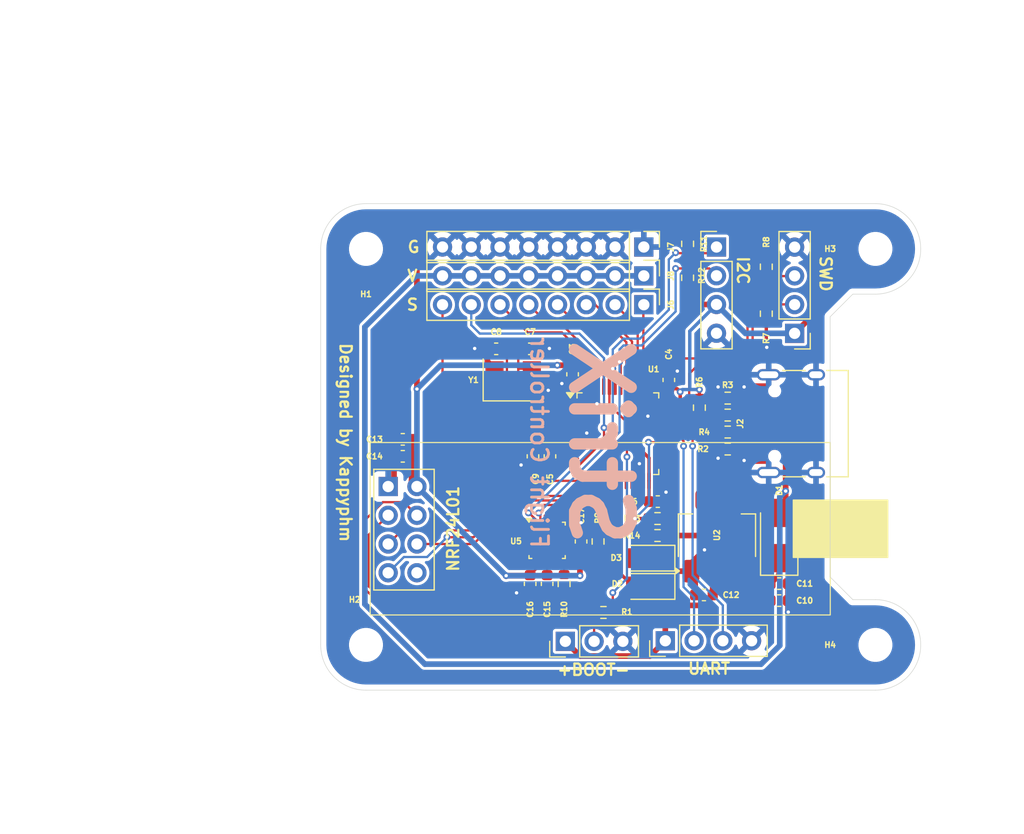
<source format=kicad_pcb>
(kicad_pcb (version 20241229) (generator "pcbnew") (generator_version "9.0")
  (layers (0 "F.Cu" signal) (2 "B.Cu" signal) (13 "F.Paste" user) (15 "B.Paste" user) (5 "F.SilkS" user "F.Silkscreen") (7 "B.SilkS" user "B.Silkscreen") (1 "F.Mask" user) (3 "B.Mask" user) (25 "Edge.Cuts" user))
  (net 0 "")
  (net 1 "GND")
  (net 2 "+3V3")
  (net 3 "/OSC_IN")
  (net 4 "/OSC_OUT")
  (net 5 "/NRST")
  (net 6 "+5V")
  (net 7 "Net-(U5-REGOUT)")
  (net 8 "VBUS")
  (net 9 "/LED")
  (net 10 "Net-(D3-A)")
  (net 11 "Net-(J1-Pin_2)")
  (net 12 "Net-(J2-D+-PadA6)")
  (net 13 "Net-(J2-D--PadA7)")
  (net 14 "Net-(J2-CC2)")
  (net 15 "Net-(J2-CC1)")
  (net 18 "/SWDIO")
  (net 19 "/SWCLK")
  (net 20 "/SDA")
  (net 21 "/SCL")
  (net 22 "/RX")
  (net 23 "/TX")
  (net 24 "/D2")
  (net 25 "/P5")
  (net 26 "/P4")
  (net 27 "/P2")
  (net 28 "/P3")
  (net 29 "/P6")
  (net 30 "/P1")
  (net 31 "/D1")
  (net 32 "/BOOT")
  (net 33 "/USB_D-")
  (net 34 "/USB_D+")
  (net 35 "Net-(U5-~{CS})")
  (net 36 "Net-(U5-INT1)")
  (net 40 "/MISO")
  (net 45 "/SCK")
  (net 50 "/CE")
  (net 51 "/~{CSN}")
  (net 54 "/MOSI")
  (footprint "Capacitor_SMD:C_0603_1608Metric" (layer "F.Cu") (at 149.85 110.583455 180)
    (property "Reference" "C12")
    (property "Value" "10u")
    (property "VALUE" "" (hide yes))
  )
  (footprint "Capacitor_SMD:C_0603_1608Metric" (layer "F.Cu") (at 134.75 98.333455 -90)
    (property "Reference" "C9")
    (property "Value" "100n")
    (property "VALUE" "" (hide yes))
  )
  (footprint "Resistor_SMD:R_0603_1608Metric" (layer "F.Cu") (at 148.41 79.553455 -90)
    (property "Reference" "R11")
    (property "Value" "4k7")
    (property "VALUE" "" (hide yes))
  )
  (footprint "Resistor_SMD:R_0603_1608Metric" (layer "F.Cu") (at 155.36 81.578455 90)
    (property "Reference" "R8")
    (property "Value" "4k7")
    (property "VALUE" "" (hide yes))
  )
  (footprint "Resistor_SMD:R_0603_1608Metric" (layer "F.Cu") (at 148.41 82.553455 90)
    (property "Reference" "R12")
    (property "Value" "4k7")
    (property "VALUE" "" (hide yes))
  )
  (footprint "Capacitor_SMD:C_0603_1608Metric" (layer "F.Cu") (at 134.5 109.608455 -90)
    (property "Reference" "C16")
    (property "Value" "100n")
    (property "VALUE" "" (hide yes))
  )
  (footprint "Resistor_SMD:R_0603_1608Metric" (layer "F.Cu") (at 155.36 85.728455 -90)
    (property "Reference" "R7")
    (property "Value" "4k7")
    (property "VALUE" "" (hide yes))
  )
  (footprint "Connector_PinHeader_2.54mm:PinHeader_1x04_P2.54mm_Vertical" (layer "F.Cu") (at 150.96 79.833455)
    (property "Reference" "J4" (hide yes))
    (property "Value" "I2C" (hide yes))
    (property "VALUE" "" (hide yes))
  )
  (footprint "Package_QFP:LQFP-48_7x7mm_P0.5mm" (layer "F.Cu") (at 142.25 96.333455)
    (property "Reference" "U1")
    (property "Value" "STM32F103C8T6")
    (property "VALUE" "" (hide yes))
  )
  (footprint "Capacitor_SMD:C_0603_1608Metric" (layer "F.Cu") (at 146.75 91.583455 90)
    (property "Reference" "C4")
    (property "Value" "100n")
    (property "VALUE" "" (hide yes))
  )
  (footprint "Capacitor_SMD:C_0603_1608Metric" (layer "F.Cu") (at 156.5 111.083455)
    (property "Reference" "C10")
    (property "Value" "10u")
    (property "VALUE" "" (hide yes))
  )
  (footprint "Diode_SMD:D_SMA" (layer "F.Cu") (at 156.5 105.333455 90)
    (property "Reference" "D1")
    (property "Value" "SS14")
    (property "VALUE" "" (hide yes))
  )
  (footprint "Resistor_SMD:R_0603_1608Metric" (layer "F.Cu") (at 151.95 96.188455 180)
    (property "Reference" "R4")
    (property "Value" "22R")
    (property "VALUE" "" (hide yes))
  )
  (footprint "Sensor_Motion:InvenSense_QFN-24_3x3mm_P0.4mm" (layer "F.Cu") (at 136 105.758455)
    (property "Reference" "U5")
    (property "Value" "ICM-20948")
    (property "VALUE" "" (hide yes))
  )
  (footprint "Connector_PinHeader_2.54mm:PinHeader_1x04_P2.54mm_Vertical" (layer "F.Cu") (at 157.86 87.463455 180)
    (property "Reference" "J3" (hide yes))
    (property "Value" "SWD" (hide yes))
    (property "VALUE" "" (hide yes))
  )
  (footprint "Capacitor_SMD:C_0603_1608Metric" (layer "F.Cu") (at 123.25 98.333455 180)
    (property "Reference" "C14")
    (property "Value" "100n")
    (property "VALUE" "" (hide yes))
  )
  (footprint "Resistor_SMD:R_0603_1608Metric" (layer "F.Cu") (at 145.75 103.833455)
    (property "Reference" "R13")
    (property "Value" "1k5")
    (property "VALUE" "" (hide yes))
  )
  (footprint "Resistor_SMD:R_0603_1608Metric" (layer "F.Cu") (at 140.5 105.858455 -90)
    (property "Reference" "R9")
    (property "Value" "4k7")
    (property "VALUE" "" (hide yes))
  )
  (footprint "KappyPhm Module:NRF24L01_PA_LNA" (layer "F.Cu") (at 140.69 104.733455 -90)
    (property "Reference" "U4" (hide yes))
    (property "Value" "NRF24L01" (hide yes))
    (property "VALUE" "" (hide yes))
  )
  (footprint "Connector_PinHeader_2.54mm:PinHeader_1x03_P2.54mm_Vertical" (layer "F.Cu") (at 137.61 114.683455 90)
    (property "Reference" "J1" (hide yes))
    (property "Value" "BOOT" (hide yes))
    (property "VALUE" "" (hide yes))
  )
  (footprint "Resistor_SMD:R_0603_1608Metric" (layer "F.Cu") (at 151.95 93.188455 180)
    (property "Reference" "R3")
    (property "Value" "5k1")
    (property "VALUE" "" (hide yes))
  )
  (footprint "Resistor_SMD:R_0603_1608Metric" (layer "F.Cu") (at 151.95 97.688455 180)
    (property "Reference" "R2")
    (property "Value" "5k1")
    (property "VALUE" "" (hide yes))
  )
  (footprint "Capacitor_SMD:C_0603_1608Metric" (layer "F.Cu") (at 139 105.858455 90)
    (property "Reference" "C17")
    (property "Value" "100n")
    (property "VALUE" "" (hide yes))
  )
  (footprint "Package_TO_SOT_SMD:SOT-223-3_TabPin2" (layer "F.Cu") (at 151 105.333455 90)
    (property "Reference" "U2")
    (property "Value" "AMS1117-3.3")
    (property "VALUE" "" (hide yes))
  )
  (footprint "Capacitor_SMD:C_0603_1608Metric" (layer "F.Cu") (at 131.5 88.833455)
    (property "Reference" "C8")
    (property "Value" "22p")
    (property "VALUE" "" (hide yes))
  )
  (footprint "Resistor_SMD:R_0603_1608Metric" (layer "F.Cu") (at 145.75 105.333455)
    (property "Reference" "R14")
    (property "Value" "1k5")
    (property "VALUE" "" (hide yes))
  )
  (footprint "Capacitor_SMD:C_0603_1608Metric" (layer "F.Cu") (at 134.5 88.833455 180)
    (property "Reference" "C7")
    (property "Value" "22p")
    (property "VALUE" "" (hide yes))
  )
  (footprint "Connector_PinHeader_2.54mm:PinHeader_1x08_P2.54mm_Vertical" (layer "F.Cu") (at 144.54 79.833455 -90)
    (property "Reference" "J7")
    (property "Value" "GND")
    (property "VALUE" "" (hide yes))
  )
  (footprint "Capacitor_SMD:C_0603_1608Metric" (layer "F.Cu") (at 123.25 96.833455 180)
    (property "Reference" "C13")
    (property "Value" "10u")
    (property "VALUE" "" (hide yes))
  )
  (footprint "Resistor_SMD:R_0603_1608Metric" (layer "F.Cu") (at 151.95 94.688455 180)
    (property "Reference" "R5" (hide yes))
    (property "Value" "22R")
    (property "VALUE" "" (hide yes))
  )
  (footprint "Resistor_SMD:R_0603_1608Metric" (layer "F.Cu") (at 149.45 94.033455 -90)
    (property "Reference" "R6")
    (property "Value" "1k5")
    (property "VALUE" "" (hide yes))
  )
  (footprint "Crystal:Crystal_SMD_5032-4Pin_5.0x3.2mm" (layer "F.Cu") (at 133 91.583455)
    (property "Reference" "Y1")
    (property "Value" "8MHz")
    (property "VALUE" "" (hide yes))
  )
  (footprint "Connector_PinHeader_2.54mm:PinHeader_1x08_P2.54mm_Vertical" (layer "F.Cu") (at 144.54 82.383455 -90)
    (property "Reference" "J8")
    (property "Value" "+5V")
    (property "VALUE" "" (hide yes))
  )
  (footprint "Capacitor_SMD:C_0603_1608Metric" (layer "F.Cu") (at 136.25 98.333455 -90)
    (property "Reference" "C5")
    (property "Value" "100n")
    (property "VALUE" "" (hide yes))
  )
  (footprint "Capacitor_SMD:C_0603_1608Metric" (layer "F.Cu") (at 156.5 109.583455)
    (property "Reference" "C11")
    (property "Value" "100n")
    (property "VALUE" "" (hide yes))
  )
  (footprint "Capacitor_SMD:C_0603_1608Metric" (layer "F.Cu") (at 136 109.608455 -90)
    (property "Reference" "C15")
    (property "Value" "100n")
    (property "VALUE" "" (hide yes))
  )
  (footprint "LED_SMD:LED_1206_3216Metric" (layer "F.Cu") (at 145 109.833455 180)
    (property "Reference" "D2")
    (property "Value" "LED")
    (property "VALUE" "" (hide yes))
  )
  (footprint "Resistor_SMD:R_0603_1608Metric" (layer "F.Cu") (at 140.975 112.133455 180)
    (property "Reference" "R1")
    (property "Value" "4k7")
    (property "VALUE" "" (hide yes))
  )
  (footprint "LED_SMD:LED_1206_3216Metric" (layer "F.Cu") (at 145 107.333455 180)
    (property "Reference" "D3")
    (property "Value" "LED")
    (property "VALUE" "" (hide yes))
  )
  (footprint "Connector_USB:USB_C_Receptacle_HRO_TYPE-C-31-M-12" (layer "F.Cu") (at 158.7 95.443455 90)
    (property "Reference" "J2")
    (property "Value" "USB_C_16p")
    (property "VALUE" "" (hide yes))
  )
  (footprint "Resistor_SMD:R_0603_1608Metric" (layer "F.Cu") (at 137.5 109.608455 -90)
    (property "Reference" "R10")
    (property "Value" "4k7")
    (property "VALUE" "" (hide yes))
  )
  (footprint "Capacitor_SMD:C_0603_1608Metric" (layer "F.Cu") (at 138.25 91.083455 -90)
    (property "Reference" "C3")
    (property "Value" "100n")
    (property "VALUE" "" (hide yes))
  )
  (footprint "MountingHole:MountingHole_2.5mm" (layer "F.Cu") (at 120 80)
    (property "Reference" "H1")
    (property "Value" "MountingHole")
  )
  (footprint "Connector_PinHeader_2.54mm:PinHeader_1x08_P2.54mm_Vertical" (layer "F.Cu") (at 144.54 84.933455 -90)
    (property "Reference" "J6")
    (property "Value" "Signal")
    (property "VALUE" "" (hide yes))
  )
  (footprint "Connector_PinHeader_2.54mm:PinHeader_1x04_P2.54mm_Vertical" (layer "F.Cu") (at 146.44 114.633455 90)
    (property "Reference" "J5" (hide yes))
    (property "Value" "UART" (hide yes))
    (property "VALUE" "" (hide yes))
  )
  (footprint "MountingHole:MountingHole_2.5mm" (layer "F.Cu") (at 165 80)
    (property "Reference" "H3")
    (property "Value" "MountingHole")
  )
  (footprint "MountingHole:MountingHole_2.5mm" (layer "F.Cu") (at 120 115)
    (property "Reference" "H2")
    (property "Value" "MountingHole")
  )
  (footprint "MountingHole:MountingHole_2.5mm" (layer "F.Cu") (at 165 115)
    (property "Reference" "H4")
    (property "Value" "MountingHole")
  )
  (footprint "Capacitor_SMD:C_0603_1608Metric" (layer "F.Cu") (at 145.775 102.333455)
    (property "Reference" "C6")
    (property "Value" "100n")
    (property "VALUE" "" (hide yes))
  )
  (gr_arc (start 120 119) (mid 117.171573 117.828427) (end 116 115) (stroke (width 0.05)) (layer "Edge.Cuts"))
  (gr_line (start 161 86) (end 161 109) (stroke (width 0.05)) (layer "Edge.Cuts"))
  (gr_arc (start 116 80) (mid 117.171573 77.171573) (end 120 76) (stroke (width 0.05)) (layer "Edge.Cuts"))
  (gr_arc (start 165 76) (mid 169 80) (end 165 84) (stroke (width 0.05)) (layer "Edge.Cuts"))
  (gr_line (start 163 111) (end 165 111) (stroke (width 0.05)) (layer "Edge.Cuts"))
  (gr_line (start 163 84) (end 161 86) (stroke (width 0.05)) (layer "Edge.Cuts"))
  (gr_line (start 116 115) (end 116 80) (stroke (width 0.05)) (layer "Edge.Cuts"))
  (gr_line (start 165 119) (end 120 119) (stroke (width 0.05)) (layer "Edge.Cuts"))
  (gr_arc (start 165 111) (mid 169 115) (end 165 119) (stroke (width 0.05)) (layer "Edge.Cuts"))
  (gr_line (start 163 84) (end 165 84) (stroke (width 0.05)) (layer "Edge.Cuts"))
  (gr_line (start 120 76) (end 165 76) (stroke (width 0.05)) (layer "Edge.Cuts"))
  (gr_line (start 161 109) (end 163 111) (stroke (width 0.05)) (layer "Edge.Cuts"))
  (gr_text "S" (at 124.1 84.933455 0) (layer "F.SilkS") (effects (font (size 1 1) (thickness 0.2) (bold yes))))
  (gr_text "+BOOT-" (at 140.1 117.2 0) (layer "F.SilkS") (effects (font (size 1 1) (thickness 0.2) (bold yes))))
  (gr_text "Designed by Kappyphm" (at 118.2 97.113455 270) (layer "F.SilkS") (effects (font (size 1 1) (thickness 0.2) (bold yes))))
  (gr_text "G" (at 124.2 79.833455 0) (layer "F.SilkS") (effects (font (size 1 1) (thickness 0.2) (bold yes))))
  (gr_text "SWD\n" (at 160.6 82.2 270) (layer "F.SilkS") (effects (font (size 1 1) (thickness 0.2) (bold yes))))
  (gr_text "I2C\n" (at 153.3 81.9 270) (layer "F.SilkS") (effects (font (size 1 1) (thickness 0.2) (bold yes))))
  (gr_text "V" (at 124.1 82.383455 0) (layer "F.SilkS") (effects (font (size 1 1) (thickness 0.2) (bold yes))))
  (gr_text "NRF24L01" (at 127.7 104.733455 90) (layer "F.SilkS") (effects (font (size 1 1) (thickness 0.2) (bold yes))))
  (gr_text "UART\n" (at 150.3 117.1 0) (layer "F.SilkS") (effects (font (size 1 1) (thickness 0.2) (bold yes))))
  (gr_text "Flight Controller" (at 135.3 97.113455 270) (layer "B.SilkS") (effects (font (size 1.5 1.5) (thickness 0.25)) (justify mirror)))
  (gr_text "StriX" (at 140.69 97.113455 270) (layer "B.SilkS") (effects (font (size 5 5) (thickness 1) (bold yes)) (justify mirror)))
  (segment (start 138.5 104.2) (end 139 104.2) (width 0.2) (layer "F.Cu") (net 1))
  (segment (start 137.341545 91.858455) (end 137.3 91.9) (width 0.3) (layer "F.Cu") (net 1))
  (segment (start 122.475 96.833455) (end 122.475 98.333455) (width 0.5) (layer "F.Cu") (net 1))
  (segment (start 134.75 99.108455) (end 133.708455 99.108455) (width 0.5) (layer "F.Cu") (net 1))
  (segment (start 147.491545 90.808455) (end 147.5 90.8) (width 0.3) (layer "F.Cu") (net 1))
  (segment (start 144.5 99.333455) (end 144.15 98.983455) (width 0.2) (layer "F.Cu") (net 1))
  (segment (start 122.475 100.488455) (end 121.96 101.003455) (width 0.5) (layer "F.Cu") (net 1))
  (segment (start 146.4125 94.083455) (end 145.6 94.083455) (width 0.2) (layer "F.Cu") (net 1))
  (segment (start 146.75 90.808455) (end 147.491545 90.808455) (width 0.3) (layer "F.Cu") (net 1))
  (segment (start 122.475 98.333455) (end 122.475 100.488455) (width 0.5) (layer "F.Cu") (net 1))
  (segment (start 134.65 92.583455) (end 136.016545 92.583455) (width 0.3) (layer "F.Cu") (net 1))
  (segment (start 137.934455 103.634455) (end 138.5 104.2) (width 0.2) (layer "F.Cu") (net 1))
  (segment (start 136.6 103.8) (end 136.765545 103.634455) (width 0.2) (layer "F.Cu") (net 1))
  (segment (start 135.275 88.833455) (end 136.166545 88.833455) (width 0.3) (layer "F.Cu") (net 1))
  (segment (start 146.55 102.333455) (end 146.55 101.55) (width 0.3) (layer "F.Cu") (net 1))
  (segment (start 154.655 98.693455) (end 153.406545 98.693455) (width 0.2) (layer "F.Cu") (net 1))
  (segment (start 136.765545 103.634455) (end 137.934455 103.634455) (width 0.2) (layer "F.Cu") (net 1))
  (segment (start 138.0875 97.083455) (end 138.858824 97.083455) (width 0.2) (layer "F.Cu") (net 1))
  (segment (start 157.275 111.083455) (end 157.275 112.075) (width 0.5) (layer "F.Cu") (net 1))
  (segment (start 137.5 104.758455) (end 137.941545 104.758455) (width 0.2) (layer "F.Cu") (net 1))
  (segment (start 148.7 107.8) (end 149.9 106.6) (width 0.5) (layer "F.Cu") (net 1))
  (segment (start 145.6 94.083455) (end 144.9 94.783455) (width 0.2) (layer "F.Cu") (net 1))
  (segment (start 144.5 100.495955) (end 144.5 99.333455) (width 0.2) (layer "F.Cu") (net 1))
  (segment (start 149.075 108.858455) (end 148.7 108.483455) (width 0.5) (layer "F.Cu") (net 1))
  (segment (start 151.125 98.475) (end 151.1 98.5) (width 0.3) (layer "F.Cu") (net 1))
  (segment (start 146.4 108.483455) (end 146.4 107.333455) (width 0.5) (layer "F.Cu") (net 1))
  (segment (start 136.6 104.258455) (end 136.6 103.8) (width 0.2) (layer "F.Cu") (net 1))
  (segment (start 140 92.170955) (end 140 93.283455) (width 0.2) (layer "F.Cu") (net 1))
  (segment (start 146.55 101.55) (end 146.5 101.5) (width 0.3) (layer "F.Cu") (net 1))
  (segment (start 133.316545 110.383455) (end 133.3 110.4) (width 0.5) (layer "F.Cu") (net 1))
  (segment (start 153.406545 92.193455) (end 153.4 92.2) (width 0.2) (layer "F.Cu") (net 1))
  (segment (start 151.125 93.188455) (end 151.125 92.225) (width 0.3) (layer "F.Cu") (net 1))
  (segment (start 130.725 88.833455) (end 129.633455 88.833455) (width 0.5) (layer "F.Cu") (net 1))
  (segment (start 136.016545 92.583455) (end 136.1 92.5) (width 0.3) (layer "F.Cu") (net 1))
  (segment (start 151.125 92.225) (end 151.1 92.2) (width 0.3) (layer "F.Cu") (net 1))
  (segment (start 137.45 110.383455) (end 137.5 110.433455) (width 0.5) (layer "F.Cu") (net 1))
  (segment (start 139.5 96.442279) (end 139.5 96.275807) (width 0.2) (layer "F.Cu") (net 1))
  (segment (start 134.5 110.383455) (end 137.45 110.383455) (width 0.5) (layer "F.Cu") (net 1))
  (segment (start 138.25 91.858455) (end 137.341545 91.858455) (width 0.3) (layer "F.Cu") (net 1))
  (segment (start 149.075 110.583455) (end 149.075 108.858455) (width 0.5) (layer "F.Cu") (net 1))
  (segment (start 155.36 86.553455) (end 155.36 88.66) (width 0.3) (layer "F.Cu") (net 1))
  (segment (start 146.4 109.833455) (end 146.4 108.483455) (width 0.5) (layer "F.Cu") (net 1))
  (segment (start 136.25 99.108455) (end 134.75 99.108455) (width 0.5) (layer "F.Cu") (net 1))
  (segment (start 129.633455 88.833455) (end 129.6 88.8) (width 0.5) (layer "F.Cu") (net 1))
  (segment (start 134.5 110.383455) (end 133.316545 110.383455) (width 0.5) (layer "F.Cu") (net 1))
  (segment (start 148.7 108.483455) (end 146.4 108.483455) (width 0.5) (layer "F.Cu") (net 1))
  (segment (start 139 105.083455) (end 139 104.2) (width 0.3) (layer "F.Cu") (net 1))
  (segment (start 148.7 108.483455) (end 148.7 107.8) (width 0.5) (layer "F.Cu") (net 1))
  (segment (start 153.406545 98.693455) (end 153.4 98.7) (width 0.2) (layer "F.Cu") (net 1))
  (segment (start 130.725 89.958455) (end 131.35 90.583455) (width 0.5) (layer "F.Cu") (net 1))
  (segment (start 136.166545 88.833455) (end 136.2 88.8) (width 0.3) (layer "F.Cu") (net 1))
  (segment (start 155.36 88.66) (end 155.4 88.7) (width 0.3) (layer "F.Cu") (net 1))
  (segment (start 137.941545 104.758455) (end 138.5 104.2) (width 0.2) (layer "F.Cu") (net 1))
  (segment (start 133.708455 99.108455) (end 133.7 99.1) (width 0.5) (layer "F.Cu") (net 1))
  (segment (start 154.655 92.193455) (end 153.406545 92.193455) (width 0.2) (layer "F.Cu") (net 1))
  (segment (start 157.275 109.583455) (end 157.275 111.083455) (width 0.5) (layer "F.Cu") (net 1))
  (segment (start 140 93.283455) (end 140.4 93.683455) (width 0.2) (layer "F.Cu") (net 1))
  (segment (start 151.125 97.688455) (end 151.125 98.475) (width 0.3) (layer "F.Cu") (net 1))
  (segment (start 138.858824 97.083455) (end 139.5 96.442279) (width 0.2) (layer "F.Cu") (net 1))
  (segment (start 130.725 88.833455) (end 130.725 89.958455) (width 0.5) (layer "F.Cu") (net 1))
  (segment (start 157.275 112.075) (end 157.3 112.1) (width 0.5) (layer "F.Cu") (net 1))
  (via (at 140.4 93.683455) (size 0.6) (drill 0.3) (layers "F.Cu" "B.Cu") (net 1))
  (via (at 129.6 88.8) (size 0.6) (drill 0.3) (layers "F.Cu" "B.Cu") (net 1))
  (via (at 133.7 99.1) (size 0.6) (drill 0.3) (layers "F.Cu" "B.Cu") (net 1))
  (via (at 133.3 110.4) (size 0.6) (drill 0.3) (layers "F.Cu" "B.Cu") (net 1))
  (via (at 151.1 92.2) (size 0.6) (drill 0.3) (layers "F.Cu" "B.Cu") (net 1))
  (via (at 147.5 90.8) (size 0.6) (drill 0.3) (layers "F.Cu" "B.Cu") (net 1))
  (via (at 144.15 98.983455) (size 0.6) (drill 0.3) (layers "F.Cu" "B.Cu") (net 1))
  (via (at 144.9 94.783455) (size 0.6) (drill 0.3) (layers "F.Cu" "B.Cu") (net 1))
  (via (at 149.9 106.6) (size 0.6) (drill 0.3) (layers "F.Cu" "B.Cu") (net 1))
  (via (at 153.4 92.2) (size 0.6) (drill 0.3) (layers "F.Cu" "B.Cu") (net 1))
  (via (at 153.4 98.7) (size 0.6) (drill 0.3) (layers "F.Cu" "B.Cu") (net 1))
  (via (at 136.1 92.5) (size 0.6) (drill 0.3) (layers "F.Cu" "B.Cu") (net 1))
  (via (at 146.5 101.5) (size 0.6) (drill 0.3) (layers "F.Cu" "B.Cu") (net 1))
  (via (at 137.3 91.9) (size 0.6) (drill 0.3) (layers "F.Cu" "B.Cu") (net 1))
  (via (at 157.3 112.1) (size 0.6) (drill 0.3) (layers "F.Cu" "B.Cu") (net 1))
  (via (at 151.1 98.5) (size 0.6) (drill 0.3) (layers "F.Cu" "B.Cu") (net 1))
  (via (at 139 104.2) (size 0.6) (drill 0.3) (layers "F.Cu" "B.Cu") (net 1))
  (via (at 136.2 88.8) (size 0.6) (drill 0.3) (layers "F.Cu" "B.Cu") (net 1))
  (via (at 139.5 96.275807) (size 0.6) (drill 0.3) (layers "F.Cu" "B.Cu") (net 1))
  (via (at 155.4 88.7) (size 0.6) (drill 0.3) (layers "F.Cu" "B.Cu") (net 1))
  (segment (start 159.75 91.123455) (end 155.57 91.123455) (width 0.2) (layer "B.Cu") (net 1))
  (segment (start 159.75 99.763455) (end 155.57 99.763455) (width 0.2) (layer "B.Cu") (net 1))
  (segment (start 144.1 97.583455) (end 145 98.483455) (width 0.3) (layer "F.Cu") (net 2))
  (segment (start 151 108.483455) (end 151 105.233455) (width 0.5) (layer "F.Cu") (net 2))
  (segment (start 124.5 79.233455) (end 125.75 77.983455) (width 0.5) (layer "F.Cu") (net 2))
  (segment (start 148.4 77.983455) (end 154.4 77.983455) (width 0.5) (layer "F.Cu") (net 2))
  (segment (start 125.75 77.983455) (end 148.4 77.983455) (width 0.5) (layer "F.Cu") (net 2))
  (segment (start 149.18 84.913455) (end 150.96 84.913455) (width 0.5) (layer "F.Cu") (net 2))
  (segment (start 124.025 100.528455) (end 124.5 101.003455) (width 0.5) (layer "F.Cu") (net 2))
  (segment (start 150.625 110.583455) (end 150.625 108.858455) (width 0.5) (layer "F.Cu") (net 2))
  (segment (start 147.5 93.583455) (end 147.75 93.333455) (width 0.3) (layer "F.Cu") (net 2))
  (segment (start 149.45 93.208455) (end 149.45 92.433455) (width 0.3) (layer "F.Cu") (net 2))
  (segment (start 132.38 108.883455) (end 134.45 108.883455) (width 0.5) (layer "F.Cu") (net 2))
  (segment (start 146.575 105.333455) (end 146.575 103.833455) (width 0.5) (layer "F.Cu") (net 2))
  (segment (start 158.2 77.983455) (end 159.6 79.383455) (width 0.5) (layer "F.Cu") (net 2))
  (segment (start 145 98.483455) (end 145 100.495955) (width 0.3) (layer "F.Cu") (net 2))
  (segment (start 147.75 92.633455) (end 147.475 92.358455) (width 0.3) (layer "F.Cu") (net 2))
  (segment (start 140.15 96.933455) (end 140.15 96.433455) (width 0.3) (layer "F.Cu") (net 2))
  (segment (start 145.075 102.333455) (end 146.575 103.833455) (width 0.3) (layer "F.Cu") (net 2))
  (segment (start 140.15 94.533455) (end 139.2 93.583455) (width 0.3) (layer "F.Cu") (net 2))
  (segment (start 145.089 115.984455) (end 146.44 114.633455) (width 0.5) (layer "F.Cu") (net 2))
  (segment (start 147.475 92.358455) (end 146.75 92.358455) (width 0.3) (layer "F.Cu") (net 2))
  (segment (start 147.75 93.033455) (end 147.75 92.633455) (width 0.3) (layer "F.Cu") (net 2))
  (segment (start 144.8 93.583455) (end 144.1 94.283455) (width 0.3) (layer "F.Cu") (net 2))
  (segment (start 138.0875 97.583455) (end 136.275 97.583455) (width 0.3) (layer "F.Cu") (net 2))
  (segment (start 148.41 83.378455) (end 148.41 84.143455) (width 0.5) (layer "F.Cu") (net 2))
  (segment (start 148.41 84.143455) (end 149.18 84.913455) (width 0.5) (layer "F.Cu") (net 2))
  (segment (start 154.4 77.983455) (end 154.45 78.033455) (width 0.5) (layer "F.Cu") (net 2))
  (segment (start 139.05 106.683455) (end 139 106.633455) (width 0.5) (layer "F.Cu") (net 2))
  (segment (start 148.4 77.983455) (end 148.4 78.718455) (width 0.5) (layer "F.Cu") (net 2))
  (segment (start 146.575 105.333455) (end 150.9 105.333455) (width 0.5) (layer "F.Cu") (net 2))
  (segment (start 147.76 93.043455) (end 147.75 93.033455) (width 0.3) (layer "F.Cu") (net 2))
  (segment (start 138.875 106.758455) (end 139 106.633455) (width 0.2) (layer "F.Cu") (net 2))
  (segment (start 144.1 94.283455) (end 144.1 97.583455) (width 0.3) (layer "F.Cu") (net 2))
  (segment (start 138.0875 93.583455) (end 139.1 93.583455) (width 0.3) (layer "F.Cu") (net 2))
  (segment (start 145 100.495955) (end 145 102.333455) (width 0.3) (layer "F.Cu") (net 2))
  (segment (start 154.45 78.033455) (end 155.36 78.943455) (width 0.5) (layer "F.Cu") (net 2))
  (segment (start 137.61 114.683455) (end 138.911 115.984455) (width 0.5) (layer "F.Cu") (net 2))
  (segment (start 124.5 92.383455) (end 124.5 79.233455) (width 0.5) (layer "F.Cu") (net 2))
  (segment (start 151 105.233455) (end 151 102.183455) (width 0.5) (layer "F.Cu") (net 2))
  (segment (start 136.275 97.583455) (end 136.25 97.558455) (width 0.3) (layer "F.Cu") (net 2))
  (segment (start 146.44 113.13138) (end 148.061925 111.509455) (width 0.5) (layer "F.Cu") (net 2))
  (segment (start 124.025 98.333455) (end 124.025 100.528455) (width 0.5) (layer "F.Cu") (net 2))
  (segment (start 139.025 90.308455) (end 138.25 90.308455) (width 0.3) (layer "F.Cu") (net 2))
  (segment (start 134.45 108.883455) (end 134.5 108.833455) (width 0.5) (layer "F.Cu") (net 2))
  (segment (start 139.5 97.583455) (end 140.15 96.933455) (width 0.3) (layer "F.Cu") (net 2))
  (segment (start 138.0875 97.583455) (end 139.5 97.583455) (width 0.3) (layer "F.Cu") (net 2))
  (segment (start 146.4125 93.583455) (end 144.8 93.583455) (width 0.3) (layer "F.Cu") (net 2))
  (segment (start 150.9 105.333455) (end 151 105.233455) (width 0.5) (layer "F.Cu") (net 2))
  (segment (start 139.5 92.170955) (end 139.5 90.783455) (width 0.3) (layer "F.Cu") (net 2))
  (segment (start 138.911 115.984455) (end 145.089 115.984455) (width 0.5) (layer "F.Cu") (net 2))
  (segment (start 145 102.333455) (end 145.075 102.333455) (width 0.3) (layer "F.Cu") (net 2))
  (segment (start 135.4 107.933455) (end 134.5 108.833455) (width 0.2) (layer "F.Cu") (net 2))
  (segment (start 139.5 93.183455) (end 139.5 92.170955) (width 0.3) (layer "F.Cu") (net 2))
  (segment (start 148.4 78.718455) (end 148.41 78.728455) (width 0.5) (layer "F.Cu") (net 2))
  (segment (start 146.44 114.633455) (end 146.44 113.13138) (width 0.5) (layer "F.Cu") (net 2))
  (segment (start 138.9 108.883455) (end 138.9 106.733455) (width 0.5) (layer "F.Cu") (net 2))
  (segment (start 137.5 106.758455) (end 138.875 106.758455) (width 0.2) (layer "F.Cu") (net 2))
  (segment (start 154.5 77.983455) (end 158.2 77.983455) (width 0.5) (layer "F.Cu") (net 2))
  (segment (start 149.699 111.509455) (end 150.625 110.583455) (width 0.5) (layer "F.Cu") (net 2))
  (segment (start 159.6 79.383455) (end 159.6 85.723455) (width 0.5) (layer "F.Cu") (net 2))
  (segment (start 146.4125 93.583455) (end 147.5 93.583455) (width 0.3) (layer "F.Cu") (net 2))
  (segment (start 140.15 95.033455) (end 140.15 94.533455) (width 0.3) (layer "F.Cu") (net 2))
  (segment (start 136.9 90.283455) (end 138.225 90.283455) (width 0.5) (layer "F.Cu") (net 2))
  (segment (start 139.5 90.783455) (end 139.025 90.308455) (width 0.3) (layer "F.Cu") (net 2))
  (segment (start 124.025 96.833455) (end 124.025 98.333455) (width 0.5) (layer "F.Cu") (net 2))
  (segment (start 150.625 108.858455) (end 151 108.483455) (width 0.5) (layer "F.Cu") (net 2))
  (segment (start 140.5 106.683455) (end 139.05 106.683455) (width 0.5) (layer "F.Cu") (net 2))
  (segment (start 147.75 93.333455) (end 147.75 93.033455) (width 0.3) (layer "F.Cu") (net 2))
  (segment (start 155.36 78.943455) (end 155.36 80.753455) (width 0.5) (layer "F.Cu") (net 2))
  (segment (start 139.1 93.583455) (end 139.5 93.183455) (width 0.3) (layer "F.Cu") (net 2))
  (segment (start 139.2 93.583455) (end 139.1 93.583455) (width 0.3) (layer "F.Cu") (net 2))
  (segment (start 138.225 90.283455) (end 138.25 90.308455) (width 0.5) (layer "F.Cu") (net 2))
  (segment (start 159.6 85.723455) (end 157.86 87.463455) (width 0.5) (layer "F.Cu") (net 2))
  (segment (start 148.061925 111.509455) (end 149.699 111.509455) (width 0.5) (layer "F.Cu") (net 2))
  (segment (start 140.15 96.433455) (end 140.15 95.033455) (width 0.3) (layer "F.Cu") (net 2))
  (segment (start 154.45 78.033455) (end 154.5 77.983455) (width 0.5) (layer "F.Cu") (net 2))
  (segment (start 135.4 107.258455) (end 135.4 107.933455) (width 0.2) (layer "F.Cu") (net 2))
  (segment (start 138.9 106.733455) (end 139 106.633455) (width 0.5) (layer "F.Cu") (net 2))
  (via (at 136.9 90.283455) (size 0.6) (drill 0.3) (layers "F.Cu" "B.Cu") (net 2))
  (via (at 132.38 108.883455) (size 0.6) (drill 0.3) (layers "F.Cu" "B.Cu") (net 2))
  (via (at 147.75 92.633455) (size 0.6) (drill 0.3) (layers "F.Cu" "B.Cu") (net 2))
  (via (at 149.45 92.433455) (size 0.6) (drill 0.3) (layers "F.Cu" "B.Cu") (net 2))
  (via (at 124.5 92.383455) (size 0.6) (drill 0.3) (layers "F.Cu" "B.Cu") (net 2))
  (via (at 138.9 108.883455) (size 0.6) (drill 0.3) (layers "F.Cu" "B.Cu") (net 2))
  (segment (start 149.45 92.433455) (end 147.95 92.433455) (width 0.3) (layer "B.Cu") (net 2))
  (segment (start 148.6 92.433455) (end 148.6 87.273455) (width 0.3) (layer "B.Cu") (net 2))
  (segment (start 124.5 101.003455) (end 132.38 108.883455) (width 0.5) (layer "B.Cu") (net 2))
  (segment (start 148.6 87.273455) (end 150.96 84.913455) (width 0.3) (layer "B.Cu") (net 2))
  (segment (start 124.5 92.383455) (end 126.6 90.283455) (width 0.5) (layer "B.Cu") (net 2))
  (segment (start 124.5 101.003455) (end 124.5 92.383455) (width 0.5) (layer "B.Cu") (net 2))
  (segment (start 124.5 92.383455) (end 124.5 92.333455) (width 0.5) (layer "B.Cu") (net 2))
  (segment (start 126.6 90.283455) (end 136.9 90.283455) (width 0.5) (layer "B.Cu") (net 2))
  (segment (start 153.51 87.463455) (end 150.96 84.913455) (width 0.5) (layer "B.Cu") (net 2))
  (segment (start 157.86 87.463455) (end 153.51 87.463455) (width 0.5) (layer "B.Cu") (net 2))
  (segment (start 147.95 92.433455) (end 147.75 92.633455) (width 0.3) (layer "B.Cu") (net 2))
  (segment (start 132.38 108.883455) (end 138.9 108.883455) (width 0.5) (layer "B.Cu") (net 2))
  (segment (start 149.45 92.433455) (end 148.6 92.433455) (width 0.3) (layer "B.Cu") (net 2))
  (segment (start 134.65 90.583455) (end 133.5 90.583455) (width 0.2) (layer "F.Cu") (net 3))
  (segment (start 135.598 95.583455) (end 133.45 93.435455) (width 0.2) (layer "F.Cu") (net 3))
  (segment (start 133.5 90.583455) (end 133.45 90.533455) (width 0.2) (layer "F.Cu") (net 3))
  (segment (start 138.0875 95.583455) (end 135.598 95.583455) (width 0.2) (layer "F.Cu") (net 3))
  (segment (start 133.725 88.833455) (end 133.45 89.108455) (width 0.2) (layer "F.Cu") (net 3))
  (segment (start 133.45 93.435455) (end 133.45 90.533455) (width 0.2) (layer "F.Cu") (net 3))
  (segment (start 133.45 90.533455) (end 133.45 89.108455) (width 0.2) (layer "F.Cu") (net 3))
  (segment (start 132.451 89.009455) (end 132.451 92.533455) (width 0.2) (layer "F.Cu") (net 4))
  (segment (start 132.401 92.583455) (end 132.451 92.533455) (width 0.2) (layer "F.Cu") (net 4))
  (segment (start 131.35 92.583455) (end 132.401 92.583455) (width 0.2) (layer "F.Cu") (net 4))
  (segment (start 132.451 92.533455) (end 132.451 93.003555) (width 0.2) (layer "F.Cu") (net 4))
  (segment (start 132.451 93.003555) (end 135.5309 96.083455) (width 0.2) (layer "F.Cu") (net 4))
  (segment (start 135.5309 96.083455) (end 138.0875 96.083455) (width 0.2) (layer "F.Cu") (net 4))
  (segment (start 132.275 88.833455) (end 132.451 89.009455) (width 0.2) (layer "F.Cu") (net 4))
  (segment (start 138.0875 96.583455) (end 135.2 96.583455) (width 0.2) (layer "F.Cu") (net 5))
  (segment (start 134.75 97.033455) (end 134.75 97.558455) (width 0.2) (layer "F.Cu") (net 5))
  (segment (start 135.2 96.583455) (end 134.75 97.033455) (width 0.2) (layer "F.Cu") (net 5))
  (segment (start 155.725 109.583455) (end 155.725 111.083455) (width 0.5) (layer "F.Cu") (net 6))
  (segment (start 155.725 109.583455) (end 154.4 109.583455) (width 0.5) (layer "F.Cu") (net 6))
  (segment (start 154.4 109.583455) (end 153.3 108.483455) (width 0.5) (layer "F.Cu") (net 6))
  (segment (start 156.5 108.808455) (end 155.725 109.583455) (width 0.5) (layer "F.Cu") (net 6))
  (segment (start 156.5 107.333455) (end 156.5 108.808455) (width 0.5) (layer "F.Cu") (net 6))
  (segment (start 136 107.983455) (end 136 108.833455) (width 0.2) (layer "F.Cu") (net 7))
  (segment (start 136.2 107.783455) (end 136 107.983455) (width 0.2) (layer "F.Cu") (net 7))
  (segment (start 136.2 107.258455) (end 136.2 107.783455) (width 0.2) (layer "F.Cu") (net 7))
  (segment (start 156.5 103.333455) (end 157.071 102.762455) (width 0.5) (layer "F.Cu") (net 8))
  (segment (start 156.276 97.607455) (end 155.799281 97.607455) (width 0.3) (layer "F.Cu") (net 8))
  (segment (start 157.071 97.454455) (end 156.75 97.133455) (width 0.5) (layer "F.Cu") (net 8))
  (segment (start 157.071 102.762455) (end 157.071 101.4) (width 0.5) (layer "F.Cu") (net 8))
  (segment (start 156.346 93.279455) (end 156.75 93.683455) (width 0.3) (layer "F.Cu") (net 8))
  (segment (start 155.799281 97.607455) (end 155.513281 97.893455) (width 0.3) (layer "F.Cu") (net 8))
  (segment (start 155.513281 97.893455) (end 154.655 97.893455) (width 0.3) (layer "F.Cu") (net 8))
  (segment (start 156.75 93.683455) (end 156.75 97.133455) (width 0.3) (layer "F.Cu") (net 8))
  (segment (start 156.75 97.133455) (end 156.276 97.607455) (width 0.3) (layer "F.Cu") (net 8))
  (segment (start 155.513281 92.993455) (end 155.799281 93.279455) (width 0.3) (layer "F.Cu") (net 8))
  (segment (start 157.071 101.4) (end 157.071 97.454455) (width 0.5) (layer "F.Cu") (net 8))
  (segment (start 155.799281 93.279455) (end 156.346 93.279455) (width 0.3) (layer "F.Cu") (net 8))
  (segment (start 154.655 92.993455) (end 155.513281 92.993455) (width 0.3) (layer "F.Cu") (net 8))
  (via (at 157.071 101.4) (size 0.6) (drill 0.3) (layers "F.Cu" "B.Cu") (net 8))
  (segment (start 126.76 82.383455) (end 124.416545 82.383455) (width 0.5) (layer "B.Cu") (net 8))
  (segment (start 119.9 86.9) (end 119.9 111.4) (width 0.5) (layer "B.Cu") (net 8))
  (segment (start 156.549 101.922) (end 157.071 101.4) (width 0.5) (layer "B.Cu") (net 8))
  (segment (start 156.549 115.051) (end 156.549 101.922) (width 0.5) (layer "B.Cu") (net 8))
  (segment (start 124.416545 82.383455) (end 119.9 86.9) (width 0.5) (layer "B.Cu") (net 8))
  (segment (start 119.9 111.4) (end 125.2 116.7) (width 0.5) (layer "B.Cu") (net 8))
  (segment (start 126.76 82.383455) (end 144.54 82.383455) (width 0.5) (layer "B.Cu") (net 8))
  (segment (start 154.9 116.7) (end 156.549 115.051) (width 0.5) (layer "B.Cu") (net 8))
  (segment (start 125.2 116.7) (end 154.9 116.7) (width 0.5) (layer "B.Cu") (net 8))
  (segment (start 143.75 103.833455) (end 142.55 105.033455) (width 0.3) (layer "F.Cu") (net 9))
  (segment (start 146.4125 97.083455) (end 144.95 97.083455) (width 0.2) (layer "F.Cu") (net 9))
  (segment (start 142.55 108.783455) (end 143.6 109.833455) (width 0.3) (layer "F.Cu") (net 9))
  (segment (start 143.75 103.833455) (end 144.925 103.833455) (width 0.3) (layer "F.Cu") (net 9))
  (segment (start 142.55 105.033455) (end 142.55 108.783455) (width 0.3) (layer "F.Cu") (net 9))
  (via (at 143.75 103.833455) (size 0.6) (drill 0.3) (layers "F.Cu" "B.Cu") (net 9))
  (via (at 144.95 97.083455) (size 0.6) (drill 0.3) (layers "F.Cu" "B.Cu") (net 9))
  (segment (start 145 97.133455) (end 144.95 97.083455) (width 0.2) (layer "B.Cu") (net 9))
  (segment (start 143.75 103.833455) (end 145 102.583455) (width 0.2) (layer "B.Cu") (net 9))
  (segment (start 145 102.583455) (end 145 97.133455) (width 0.2) (layer "B.Cu") (net 9))
  (segment (start 143.6 107.333455) (end 143.6 106.033455) (width 0.3) (layer "F.Cu") (net 10))
  (segment (start 143.6 106.033455) (end 144.3 105.333455) (width 0.3) (layer "F.Cu") (net 10))
  (segment (start 144.3 105.333455) (end 144.925 105.333455) (width 0.3) (layer "F.Cu") (net 10))
  (segment (start 140.15 112.133455) (end 140.15 114.683455) (width 0.2) (layer "F.Cu") (net 11))
  (segment (start 152.78 94.693455) (end 152.775 94.688455) (width 0.2) (layer "F.Cu") (net 12))
  (segment (start 153.45 95.465455) (end 153.45 94.921455) (width 0.2) (layer "F.Cu") (net 12))
  (segment (start 154.655 94.693455) (end 152.78 94.693455) (width 0.2) (layer "F.Cu") (net 12))
  (segment (start 154.655 95.693455) (end 153.678 95.693455) (width 0.2) (layer "F.Cu") (net 12))
  (segment (start 153.678 94.693455) (end 154.655 94.693455) (width 0.2) (layer "F.Cu") (net 12))
  (segment (start 153.45 94.921455) (end 153.678 94.693455) (width 0.2) (layer "F.Cu") (net 12))
  (segment (start 153.678 95.693455) (end 153.45 95.465455) (width 0.2) (layer "F.Cu") (net 12))
  (segment (start 155.632 95.193455) (end 155.85 95.411455) (width 0.2) (layer "F.Cu") (net 13))
  (segment (start 155.632 96.193455) (end 154.655 96.193455) (width 0.2) (layer "F.Cu") (net 13))
  (segment (start 152.78 96.193455) (end 152.775 96.188455) (width 0.2) (layer "F.Cu") (net 13))
  (segment (start 155.85 95.975455) (end 155.632 96.193455) (width 0.2) (layer "F.Cu") (net 13))
  (segment (start 155.85 95.411455) (end 155.85 95.975455) (width 0.2) (layer "F.Cu") (net 13))
  (segment (start 154.655 96.193455) (end 152.78 96.193455) (width 0.2) (layer "F.Cu") (net 13))
  (segment (start 154.655 95.193455) (end 155.632 95.193455) (width 0.2) (layer "F.Cu") (net 13))
  (segment (start 153.28 93.693455) (end 154.655 93.693455) (width 0.2) (layer "F.Cu") (net 14))
  (segment (start 152.775 93.188455) (end 153.28 93.693455) (width 0.2) (layer "F.Cu") (net 14))
  (segment (start 153.77 96.693455) (end 154.655 96.693455) (width 0.2) (layer "F.Cu") (net 15))
  (segment (start 152.775 97.688455) (end 153.77 96.693455) (width 0.2) (layer "F.Cu") (net 15))
  (segment (start 149.4 90.183455) (end 152.4 90.183455) (width 0.2) (layer "F.Cu") (net 18))
  (segment (start 154.15 86.113455) (end 155.36 84.903455) (width 0.2) (layer "F.Cu") (net 18))
  (segment (start 148.55 93.933455) (end 148.55 91.033455) (width 0.2) (layer "F.Cu") (net 18))
  (segment (start 148.55 91.033455) (end 149.4 90.183455) (width 0.2) (layer "F.Cu") (net 18))
  (segment (start 157.84 84.903455) (end 157.86 84.923455) (width 0.2) (layer "F.Cu") (net 18))
  (segment (start 147.9 94.583455) (end 148.55 93.933455) (width 0.2) (layer "F.Cu") (net 18))
  (segment (start 152.4 90.183455) (end 154.15 88.433455) (width 0.2) (layer "F.Cu") (net 18))
  (segment (start 146.4125 94.583455) (end 147.9 94.583455) (width 0.2) (layer "F.Cu") (net 18))
  (segment (start 155.36 84.903455) (end 157.84 84.903455) (width 0.2) (layer "F.Cu") (net 18))
  (segment (start 154.15 88.433455) (end 154.15 86.113455) (width 0.2) (layer "F.Cu") (net 18))
  (segment (start 153.7 84.063455) (end 153.7 88.133455) (width 0.2) (layer "F.Cu") (net 19))
  (segment (start 155.36 82.403455) (end 157.84 82.403455) (width 0.2) (layer "F.Cu") (net 19))
  (segment (start 155.36 82.403455) (end 153.7 84.063455) (width 0.2) (layer "F.Cu") (net 19))
  (segment (start 145 90.383455) (end 145 92.170955) (width 0.2) (layer "F.Cu") (net 19))
  (segment (start 152.15 89.683455) (end 145.7 89.683455) (width 0.2) (layer "F.Cu") (net 19))
  (segment (start 153.7 88.133455) (end 152.15 89.683455) (width 0.2) (layer "F.Cu") (net 19))
  (segment (start 145.7 89.683455) (end 145 90.383455) (width 0.2) (layer "F.Cu") (net 19))
  (segment (start 157.84 82.403455) (end 157.86 82.383455) (width 0.2) (layer "F.Cu") (net 19))
  (segment (start 142 90.783455) (end 142 92.170955) (width 0.2) (layer "F.Cu") (net 20))
  (segment (start 134.5 103.433455) (end 135 103.933455) (width 0.2) (layer "F.Cu") (net 20))
  (segment (start 134.35 103.333455) (end 134.45 103.433455) (width 0.2) (layer "F.Cu") (net 20))
  (segment (start 147.395 80.378455) (end 147.35 80.333455) (width 0.2) (layer "F.Cu") (net 20))
  (segment (start 148.41 80.378455) (end 150.415 80.378455) (width 0.2) (layer "F.Cu") (net 20))
  (segment (start 148.41 80.378455) (end 147.395 80.378455) (width 0.2) (layer "F.Cu") (net 20))
  (segment (start 135 103.933455) (end 135 104.258455) (width 0.2) (layer "F.Cu") (net 20))
  (segment (start 150.415 80.378455) (end 150.96 79.833455) (width 0.2) (layer "F.Cu") (net 20))
  (segment (start 141.8 90.583455) (end 142 90.783455) (width 0.2) (layer "F.Cu") (net 20))
  (segment (start 134.45 103.433455) (end 134.5 103.433455) (width 0.2) (layer "F.Cu") (net 20))
  (via (at 141.8 90.583455) (size 0.6) (drill 0.3) (layers "F.Cu" "B.Cu") (net 20))
  (via (at 147.35 80.333455) (size 0.6) (drill 0.3) (layers "F.Cu" "B.Cu") (net 20))
  (via (at 134.35 103.333455) (size 0.6) (drill 0.3) (layers "F.Cu" "B.Cu") (net 20))
  (segment (start 146.749 80.934455) (end 147.35 80.333455) (width 0.2) (layer "B.Cu") (net 20))
  (segment (start 142.751 87.932455) (end 144.201 87.932455) (width 0.2) (layer "B.Cu") (net 20))
  (segment (start 146.749 85.384455) (end 146.749 80.934455) (width 0.2) (layer "B.Cu") (net 20))
  (segment (start 141.8 88.883455) (end 142.751 87.932455) (width 0.2) (layer "B.Cu") (net 20))
  (segment (start 141.8 90.583455) (end 141.8 88.883455) (width 0.2) (layer "B.Cu") (net 20))
  (segment (start 141.8 95.883455) (end 141.8 90.583455) (width 0.2) (layer "B.Cu") (net 20))
  (segment (start 134.35 103.333455) (end 141.8 95.883455) (width 0.2) (layer "B.Cu") (net 20))
  (segment (start 144.201 87.932455) (end 146.749 85.384455) (width 0.2) (layer "B.Cu") (net 20))
  (segment (start 148.41 81.728455) (end 150.315 81.728455) (width 0.2) (layer "F.Cu") (net 21))
  (segment (start 142.4 89.983455) (end 142.5 90.083455) (width 0.2) (layer "F.Cu") (net 21))
  (segment (start 150.315 81.728455) (end 150.96 82.373455) (width 0.2) (layer "F.Cu") (net 21))
  (segment (start 142.5 90.083455) (end 142.5 92.170955) (width 0.2) (layer "F.Cu") (net 21))
  (segment (start 147.355 81.728455) (end 147.35 81.733455) (width 0.2) (layer "F.Cu") (net 21))
  (segment (start 135.4 103.484927) (end 135.25268 103.337607) (width 0.2) (layer "F.Cu") (net 21))
  (segment (start 135.4 104.258455) (end 135.4 103.484927) (width 0.2) (layer "F.Cu") (net 21))
  (segment (start 148.41 81.728455) (end 147.355 81.728455) (width 0.2) (layer "F.Cu") (net 21))
  (via (at 135.25268 103.337607) (size 0.6) (drill 0.3) (layers "F.Cu" "B.Cu") (net 21))
  (via (at 147.35 81.733455) (size 0.6) (drill 0.3) (layers "F.Cu" "B.Cu") (net 21))
  (via (at 142.4 89.983455) (size 0.6) (drill 0.3) (layers "F.Cu" "B.Cu") (net 21))
  (segment (start 135.25268 103.337607) (end 142.4 96.190287) (width 0.2) (layer "B.Cu") (net 21))
  (segment (start 142.75 88.533455) (end 144.35 88.533455) (width 0.2) (layer "B.Cu") (net 21))
  (segment (start 142.4 96.190287) (end 142.4 89.983455) (width 0.2) (layer "B.Cu") (net 21))
  (segment (start 144.35 88.533455) (end 147.35 85.533455) (width 0.2) (layer "B.Cu") (net 21))
  (segment (start 147.35 85.533455) (end 147.35 81.733455) (width 0.2) (layer "B.Cu") (net 21))
  (segment (start 142.4 89.983455) (end 142.4 88.883455) (width 0.2) (layer "B.Cu") (net 21))
  (segment (start 142.4 88.883455) (end 142.75 88.533455) (width 0.2) (layer "B.Cu") (net 21))
  (segment (start 148.3 96.083455) (end 148.850003 96.633458) (width 0.2) (layer "F.Cu") (net 22))
  (segment (start 148.850003 96.633458) (end 148.850003 97.433455) (width 0.2) (layer "F.Cu") (net 22))
  (segment (start 146.4125 96.083455) (end 148.3 96.083455) (width 0.2) (layer "F.Cu") (net 22))
  (via (at 148.850003 97.433455) (size 0.6) (drill 0.3) (layers "F.Cu" "B.Cu") (net 22))
  (segment (start 148.850003 108.833458) (end 151.52 111.503455) (width 0.2) (layer "B.Cu") (net 22))
  (segment (start 151.52 111.503455) (end 151.52 114.633455) (width 0.2) (layer "B.Cu") (net 22))
  (segment (start 148.850003 97.433455) (end 148.850003 108.833458) (width 0.2) (layer "B.Cu") (net 22))
  (segment (start 148.05 97.433455) (end 148.05 96.983455) (width 0.2) (layer "F.Cu") (net 23))
  (segment (start 147.65 96.583455) (end 146.4125 96.583455) (width 0.2) (layer "F.Cu") (net 23))
  (segment (start 148.05 96.983455) (end 147.65 96.583455) (width 0.2) (layer "F.Cu") (net 23))
  (via (at 148.05 97.433455) (size 0.6) (drill 0.3) (layers "F.Cu" "B.Cu") (net 23))
  (segment (start 148.98 110.813455) (end 148.05 109.883455) (width 0.2) (layer "B.Cu") (net 23))
  (segment (start 148.05 109.883455) (end 148.05 97.433455) (width 0.2) (layer "B.Cu") (net 23))
  (segment (start 148.98 114.633455) (end 148.98 110.813455) (width 0.2) (layer "B.Cu") (net 23))
  (segment (start 139.5 100.495955) (end 129.9125 100.495955) (width 0.2) (layer "F.Cu") (net 24))
  (segment (start 129.9125 100.495955) (end 126.76 97.343455) (width 0.2) (layer "F.Cu") (net 24))
  (segment (start 126.76 97.343455) (end 126.76 84.933455) (width 0.2) (layer "F.Cu") (net 24))
  (segment (start 141 90.383455) (end 137.59855 86.982005) (width 0.2) (layer "F.Cu") (net 25))
  (segment (start 136.42855 86.982005) (end 134.38 84.933455) (width 0.2) (layer "F.Cu") (net 25))
  (segment (start 141 92.170955) (end 141 90.383455) (width 0.2) (layer "F.Cu") (net 25))
  (segment (start 137.59855 86.982005) (end 136.42855 86.982005) (width 0.2) (layer "F.Cu") (net 25))
  (segment (start 138.52 86.533455) (end 136.92 84.933455) (width 0.2) (layer "F.Cu") (net 26))
  (segment (start 143 88.250555) (end 141.2829 86.533455) (width 0.2) (layer "F.Cu") (net 26))
  (segment (start 141.2829 86.533455) (end 138.52 86.533455) (width 0.2) (layer "F.Cu") (net 26))
  (segment (start 143 92.170955) (end 143 88.250555) (width 0.2) (layer "F.Cu") (net 26))
  (segment (start 144 92.170955) (end 144 86.933455) (width 0.2) (layer "F.Cu") (net 27))
  (segment (start 144 86.933455) (end 142 84.933455) (width 0.2) (layer "F.Cu") (net 27))
  (segment (start 143.5 88.183455) (end 140.25 84.933455) (width 0.2) (layer "F.Cu") (net 28))
  (segment (start 140.25 84.933455) (end 139.46 84.933455) (width 0.2) (layer "F.Cu") (net 28))
  (segment (start 143.5 92.170955) (end 143.5 88.183455) (width 0.2) (layer "F.Cu") (net 28))
  (segment (start 140.5 92.170955) (end 140.5 90.583455) (width 0.2) (layer "F.Cu") (net 29))
  (segment (start 134.28955 87.383005) (end 131.84 84.933455) (width 0.2) (layer "F.Cu") (net 29))
  (segment (start 137.29955 87.383005) (end 134.28955 87.383005) (width 0.2) (layer "F.Cu") (net 29))
  (segment (start 140.5 90.583455) (end 137.29955 87.383005) (width 0.2) (layer "F.Cu") (net 29))
  (segment (start 144.5 92.170955) (end 144.5 84.973455) (width 0.2) (layer "F.Cu") (net 30))
  (segment (start 144.5 84.973455) (end 144.54 84.933455) (width 0.2) (layer "F.Cu") (net 30))
  (segment (start 138.0875 99.083455) (end 138.858824 99.083455) (width 0.2) (layer "F.Cu") (net 31))
  (segment (start 141.025735 96.916544) (end 141.025735 95.80919) (width 0.2) (layer "F.Cu") (net 31))
  (segment (start 138.858824 99.083455) (end 141.025735 96.916544) (width 0.2) (layer "F.Cu") (net 31))
  (via (at 141.025735 95.80919) (size 0.6) (drill 0.3) (layers "F.Cu" "B.Cu") (net 31))
  (segment (start 129.3 86.733455) (end 129.3 84.933455) (width 0.2) (layer "B.Cu") (net 31))
  (segment (start 141.025735 89.65919) (end 138.85 87.483455) (width 0.2) (layer "B.Cu") (net 31))
  (segment (start 138.85 87.483455) (end 130.05 87.483455) (width 0.2) (layer "B.Cu") (net 31))
  (segment (start 141.025735 95.80919) (end 141.025735 89.65919) (width 0.2) (layer "B.Cu") (net 31))
  (segment (start 130.05 87.483455) (end 129.3 86.733455) (width 0.2) (layer "B.Cu") (net 31))
  (segment (start 143.05 98.383455) (end 143.05 95.333455) (width 0.2) (layer "F.Cu") (net 32))
  (segment (start 141.8 110.383455) (end 141.8 112.133455) (width 0.2) (layer "F.Cu") (net 32))
  (segment (start 141.5 93.783455) (end 141.5 92.170955) (width 0.2) (layer "F.Cu") (net 32))
  (segment (start 143.05 95.333455) (end 141.5 93.783455) (width 0.2) (layer "F.Cu") (net 32))
  (via (at 141.8 110.383455) (size 0.6) (drill 0.3) (layers "F.Cu" "B.Cu") (net 32))
  (via (at 143.05 98.383455) (size 0.6) (drill 0.3) (layers "F.Cu" "B.Cu") (net 32))
  (segment (start 143.05 98.383455) (end 143.05 109.133455) (width 0.2) (layer "B.Cu") (net 32))
  (segment (start 143.05 109.133455) (end 141.8 110.383455) (width 0.2) (layer "B.Cu") (net 32))
  (segment (start 151.105 96.188455) (end 151.125 96.188455) (width 0.2) (layer "F.Cu") (net 33))
  (segment (start 146.4125 95.583455) (end 147.518751 95.583455) (width 0.2) (layer "F.Cu") (net 33))
  (segment (start 147.543751 95.558455) (end 150.475 95.558455) (width 0.2) (layer "F.Cu") (net 33))
  (segment (start 150.475 95.558455) (end 151.105 96.188455) (width 0.2) (layer "F.Cu") (net 33))
  (segment (start 147.518751 95.583455) (end 147.543751 95.558455) (width 0.2) (layer "F.Cu") (net 33))
  (segment (start 147.543751 95.108455) (end 147.518751 95.083455) (width 0.2) (layer "F.Cu") (net 34))
  (segment (start 147.518751 95.083455) (end 146.4125 95.083455) (width 0.2) (layer "F.Cu") (net 34))
  (segment (start 150.475 95.108455) (end 147.543751 95.108455) (width 0.2) (layer "F.Cu") (net 34))
  (segment (start 150.895 94.688455) (end 150.475 95.108455) (width 0.2) (layer "F.Cu") (net 34))
  (segment (start 151.125 94.688455) (end 150.895 94.688455) (width 0.2) (layer "F.Cu") (net 34))
  (segment (start 139.75 103.233455) (end 140.5 103.983455) (width 0.2) (layer "F.Cu") (net 35))
  (segment (start 135.8 103.583455) (end 136.15 103.233455) (width 0.2) (layer "F.Cu") (net 35))
  (segment (start 140.5 103.983455) (end 140.5 105.033455) (width 0.2) (layer "F.Cu") (net 35))
  (segment (start 135.8 104.258455) (end 135.8 103.583455) (width 0.2) (layer "F.Cu") (net 35))
  (segment (start 136.15 103.233455) (end 139.75 103.233455) (width 0.2) (layer "F.Cu") (net 35))
  (segment (start 137.5 108.083455) (end 137.5 108.783455) (width 0.2) (layer "F.Cu") (net 36))
  (segment (start 137 107.258455) (end 137 107.583455) (width 0.2) (layer "F.Cu") (net 36))
  (segment (start 137 107.583455) (end 137.5 108.083455) (width 0.2) (layer "F.Cu") (net 36))
  (segment (start 132.75 102.233455) (end 140.55 102.233455) (width 0.2) (layer "F.Cu") (net 40))
  (segment (start 127.15 105.483455) (end 129.5 105.483455) (width 0.2) (layer "F.Cu") (net 40))
  (segment (start 141 101.783455) (end 141 100.495955) (width 0.2) (layer "F.Cu") (net 40))
  (segment (start 129.5 105.483455) (end 132.75 102.233455) (width 0.2) (layer "F.Cu") (net 40))
  (segment (start 140.55 102.233455) (end 141 101.783455) (width 0.2) (layer "F.Cu") (net 40))
  (via (at 127.15 105.483455) (size 0.6) (drill 0.3) (layers "F.Cu" "B.Cu") (net 40))
  (segment (start 123.349 107.234455) (end 125.399 107.234455) (width 0.2) (layer "B.Cu") (net 40))
  (segment (start 125.399 107.234455) (end 127.15 105.483455) (width 0.2) (layer "B.Cu") (net 40))
  (segment (start 121.96 108.623455) (end 123.349 107.234455) (width 0.2) (layer "B.Cu") (net 40))
  (segment (start 121.96 106.083455) (end 123.161 104.882455) (width 0.2) (layer "F.Cu") (net 45))
  (segment (start 140.5 101.483455) (end 140.5 100.495955) (width 0.2) (layer "F.Cu") (net 45))
  (segment (start 129.451 104.882455) (end 132.5 101.833455) (width 0.2) (layer "F.Cu") (net 45))
  (segment (start 132.5 101.833455) (end 140.15 101.833455) (width 0.2) (layer "F.Cu") (net 45))
  (segment (start 140.15 101.833455) (end 140.5 101.483455) (width 0.2) (layer "F.Cu") (net 45))
  (segment (start 123.161 104.882455) (end 129.451 104.882455) (width 0.2) (layer "F.Cu") (net 45))
  (segment (start 142 102.283455) (end 141.45 102.833455) (width 0.2) (layer "F.Cu") (net 50))
  (segment (start 120.25 105.253455) (end 121.96 103.543455) (width 0.2) (layer "F.Cu") (net 50))
  (segment (start 141.45 102.833455) (end 141.45 107.983455) (width 0.2) (layer "F.Cu") (net 50))
  (segment (start 141.45 107.983455) (end 137.7 111.733455) (width 0.2) (layer "F.Cu") (net 50))
  (segment (start 137.7 111.733455) (end 122.15 111.733455) (width 0.2) (layer "F.Cu") (net 50))
  (segment (start 142 100.495955) (end 142 102.283455) (width 0.2) (layer "F.Cu") (net 50))
  (segment (start 122.15 111.733455) (end 120.25 109.833455) (width 0.2) (layer "F.Cu") (net 50))
  (segment (start 120.25 109.833455) (end 120.25 105.253455) (width 0.2) (layer "F.Cu") (net 50))
  (segment (start 121.49224 102.383455) (end 123.34 102.383455) (width 0.2) (layer "F.Cu") (net 51))
  (segment (start 142.5 102.350555) (end 141.851 102.999555) (width 0.2) (layer "F.Cu") (net 51))
  (segment (start 119.85 110.000555) (end 119.85 104.025695) (width 0.2) (layer "F.Cu") (net 51))
  (segment (start 142.5 100.495955) (end 142.5 102.350555) (width 0.2) (layer "F.Cu") (net 51))
  (segment (start 137.8661 112.134455) (end 121.9839 112.134455) (width 0.2) (layer "F.Cu") (net 51))
  (segment (start 141.851 108.149555) (end 137.8661 112.134455) (width 0.2) (layer "F.Cu") (net 51))
  (segment (start 119.85 104.025695) (end 121.49224 102.383455) (width 0.2) (layer "F.Cu") (net 51))
  (segment (start 121.9839 112.134455) (end 119.85 110.000555) (width 0.2) (layer "F.Cu") (net 51))
  (segment (start 141.851 102.999555) (end 141.851 108.149555) (width 0.2) (layer "F.Cu") (net 51))
  (segment (start 123.34 102.383455) (end 124.5 103.543455) (width 0.2) (layer "F.Cu") (net 51))
  (segment (start 141.5 102.033455) (end 141.5 100.495955) (width 0.2) (layer "F.Cu") (net 54))
  (segment (start 124.5 106.083455) (end 129.5 106.083455) (width 0.2) (layer "F.Cu") (net 54))
  (segment (start 129.5 106.083455) (end 132.95 102.633455) (width 0.2) (layer "F.Cu") (net 54))
  (segment (start 140.9 102.633455) (end 141.5 102.033455) (width 0.2) (layer "F.Cu") (net 54))
  (segment (start 132.95 102.633455) (end 140.9 102.633455) (width 0.2) (layer "F.Cu") (net 54))
  (zone (net 1) (net_name "GND") (layer "B.Cu") (connect_pads (clearance 0.25)) (min_thickness 0.25) (fill yes (thermal_gap 0.5) (thermal_bridge_width 0.5))
    (polygon (pts (xy 115 75) (xy 170 75) (xy 170 121) (xy 115 121)))
  )
)
</source>
